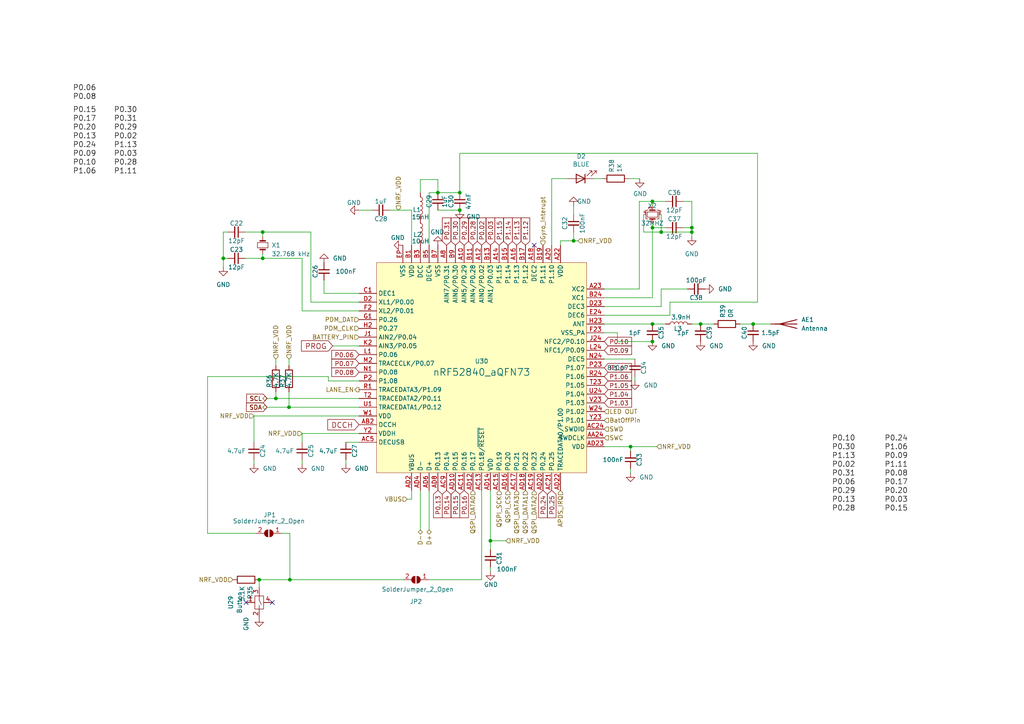
<source format=kicad_sch>
(kicad_sch (version 20211123) (generator eeschema)
  (paper "A4")
  (lib_symbols
    (symbol "Device:Antenna" (pin_numbers hide) (pin_names (offset 1.016) hide)
      (property "Reference" "AE" (at -1.905 1.905 0))
      (property "Value" "Antenna" (at -1.905 0 0))
      (symbol "Antenna_0_1"
        (polyline (pts (xy 0 2.54) (xy 0 -3.81)) (stroke (width 0.254)))
        (polyline (pts (xy 1.27 2.54) (xy 0 -2.54) (xy -1.27 2.54)) (stroke (width 0.254)))
      )
      (symbol "Antenna_1_1"
        (pin input line (at 0 -5.08 90) (length 2.54) (name "A") (number "1"))
      )
    )
    (symbol "Device:C_Small" (pin_numbers hide) (pin_names (offset 0.254) hide)
      (property "Reference" "C" (at 0.254 1.778 0))
      (property "Value" "C_Small" (at 0.254 -2.032 0))
      (symbol "C_Small_0_1"
        (polyline (pts (xy -1.524 -0.508) (xy 1.524 -0.508)) (stroke (width 0.3302)))
        (polyline (pts (xy -1.524 0.508) (xy 1.524 0.508)) (stroke (width 0.3048)))
      )
      (symbol "C_Small_1_1"
        (pin passive line (at 0 2.54 270) (length 2.032) (name "~") (number "1"))
        (pin passive line (at 0 -2.54 90) (length 2.032) (name "~") (number "2"))
      )
    )
    (symbol "Device:Crystal_GND24_Small" (pin_names (offset 1.016) hide)
      (property "Reference" "Y" (at 1.27 4.445 0))
      (property "Value" "Crystal_GND24_Small" (at 1.27 2.54 0))
      (symbol "Crystal_GND24_Small_0_1"
        (rectangle (start -0.762 -1.524) (end 0.762 1.524))
        (polyline (pts (xy -1.27 -0.762) (xy -1.27 0.762)) (stroke (width 0.381)))
        (polyline (pts (xy 1.27 -0.762) (xy 1.27 0.762)) (stroke (width 0.381)))
        (polyline (pts (xy -1.27 -1.27) (xy -1.27 -1.905) (xy 1.27 -1.905) (xy 1.27 -1.27)))
        (polyline (pts (xy -1.27 1.27) (xy -1.27 1.905) (xy 1.27 1.905) (xy 1.27 1.27)))
      )
      (symbol "Crystal_GND24_Small_1_1"
        (pin passive line (at -2.54 0 0) (length 1.27) (name "1") (number "1"))
        (pin passive line (at 0 -2.54 90) (length 0.635) (name "2") (number "2"))
        (pin passive line (at 2.54 0 180) (length 1.27) (name "3") (number "3"))
        (pin passive line (at 0 2.54 270) (length 0.635) (name "4") (number "4"))
      )
    )
    (symbol "Device:Crystal_Small" (pin_numbers hide) (pin_names (offset 1.016) hide)
      (property "Reference" "Y" (at 0 2.54 0))
      (property "Value" "Crystal_Small" (at 0 -2.54 0))
      (symbol "Crystal_Small_0_1"
        (rectangle (start -0.762 -1.524) (end 0.762 1.524))
        (polyline (pts (xy -1.27 -0.762) (xy -1.27 0.762)) (stroke (width 0.381)))
        (polyline (pts (xy 1.27 -0.762) (xy 1.27 0.762)) (stroke (width 0.381)))
      )
      (symbol "Crystal_Small_1_1"
        (pin passive line (at -2.54 0 0) (length 1.27) (name "1") (number "1"))
        (pin passive line (at 2.54 0 180) (length 1.27) (name "2") (number "2"))
      )
    )
    (symbol "Device:L" (pin_numbers hide) (pin_names (offset 1.016) hide)
      (property "Reference" "L" (at -1.27 0 90))
      (property "Value" "L" (at 1.905 0 90))
      (symbol "L_0_1"
        (arc (start 0 -2.54) (mid 0.635 -1.905) (end 0 -1.27))
        (arc (start 0 -1.27) (mid 0.635 -0.635) (end 0 0))
        (arc (start 0 0) (mid 0.635 0.635) (end 0 1.27))
        (arc (start 0 1.27) (mid 0.635 1.905) (end 0 2.54))
      )
      (symbol "L_1_1"
        (pin passive line (at 0 3.81 270) (length 1.27) (name "1") (number "1"))
        (pin passive line (at 0 -3.81 90) (length 1.27) (name "2") (number "2"))
      )
    )
    (symbol "Device:LED" (pin_numbers hide) (pin_names (offset 1.016) hide)
      (property "Reference" "D" (at 0 2.54 0))
      (property "Value" "LED" (at 0 -2.54 0))
      (symbol "LED_0_1"
        (polyline (pts (xy -1.27 -1.27) (xy -1.27 1.27)) (stroke (width 0.254)))
        (polyline (pts (xy -1.27 0) (xy 1.27 0)))
        (polyline (pts (xy 1.27 -1.27) (xy 1.27 1.27) (xy -1.27 0) (xy 1.27 -1.27)) (stroke (width 0.254)))
        (polyline (pts (xy -3.048 -0.762) (xy -4.572 -2.286) (xy -3.81 -2.286) (xy -4.572 -2.286) (xy -4.572 -1.524)))
        (polyline (pts (xy -1.778 -0.762) (xy -3.302 -2.286) (xy -2.54 -2.286) (xy -3.302 -2.286) (xy -3.302 -1.524)))
      )
      (symbol "LED_1_1"
        (pin passive line (at -3.81 0 0) (length 2.54) (name "K") (number "1"))
        (pin passive line (at 3.81 0 180) (length 2.54) (name "A") (number "2"))
      )
    )
    (symbol "Device:R" (pin_numbers hide) (pin_names (offset 0))
      (property "Reference" "R" (at 2.032 0 90))
      (property "Value" "R" (at 0 0 90))
      (symbol "R_0_1"
        (rectangle (start -1.016 -2.54) (end 1.016 2.54) (stroke (width 0.254)))
      )
      (symbol "R_1_1"
        (pin passive line (at 0 3.81 270) (length 1.27) (name "~") (number "1"))
        (pin passive line (at 0 -3.81 90) (length 1.27) (name "~") (number "2"))
      )
    )
    (symbol "Jumper:SolderJumper_2_Open" (pin_names (offset 0) hide)
      (property "Reference" "JP" (at 0 2.032 0))
      (property "Value" "SolderJumper_2_Open" (at 0 -2.54 0))
      (symbol "SolderJumper_2_Open_0_1"
        (arc (start -0.254 1.016) (mid -1.27 0) (end -0.254 -1.016))
        (arc (start -0.254 1.016) (mid -1.27 0) (end -0.254 -1.016) (fill (type outline)))
        (polyline (pts (xy -0.254 1.016) (xy -0.254 -1.016)))
        (polyline (pts (xy 0.254 1.016) (xy 0.254 -1.016)))
        (arc (start 0.254 -1.016) (mid 1.27 0) (end 0.254 1.016))
        (arc (start 0.254 -1.016) (mid 1.27 0) (end 0.254 1.016) (fill (type outline)))
      )
      (symbol "SolderJumper_2_Open_1_1"
        (pin passive line (at -3.81 0 0) (length 2.54) (name "A") (number "1"))
        (pin passive line (at 3.81 0 180) (length 2.54) (name "B") (number "2"))
      )
    )
    (symbol "Library:Button"
      (property "Reference" "U" (at 1.905 2.54 0))
      (property "Value" "Button" (at 1.905 1.27 0))
      (symbol "Button_0_1"
        (rectangle (start 0 -0.635) (end 3.81 -3.175))
        (polyline (pts (xy 2.7193 -1.905) (xy 3.81 -1.905)))
        (polyline (pts (xy 0 -1.905) (xy 1.27 -1.905) (xy 2.54 -1.27)))
      )
      (symbol "Button_1_1"
        (pin input line (at 1.905 -5.715 90) (length 2.54) (name "") (number "1"))
        (pin input line (at 6.35 -1.905 180) (length 2.54) (name "") (number "2"))
        (pin input line (at -2.54 -1.905 0) (length 2.54) (name "") (number "3"))
        (pin input line (at 1.905 1.905 270) (length 2.54) (name "") (number "4"))
      )
    )
    (symbol "MCU_Nordic:nRF52840_aQFN73"
      (property "Reference" "U" (at -5.08 92.71 0))
      (property "Value" "nRF52840_aQFN73" (at 0 0 0))
      (symbol "nRF52840_aQFN73_0_1"
        (rectangle (start -30.48 30.48) (end 30.48 -30.48) (stroke (width 0.1)) (fill (type background)))
      )
      (symbol "nRF52840_aQFN73_1_1"
        (pin bidirectional line (at -5.08 35.56 270) (length 5.08) (name "AIN5/P0.29") (number "A10"))
        (pin bidirectional line (at 0 35.56 270) (length 5.08) (name "AIN0/P0.02") (number "A12"))
        (pin bidirectional line (at 5.08 35.56 270) (length 5.08) (name "P1.15") (number "A14"))
        (pin bidirectional line (at 10.16 35.56 270) (length 5.08) (name "P1.13") (number "A16"))
        (pin passive line (at 15.24 35.56 270) (length 5.08) (name "DEC2") (number "A18"))
        (pin bidirectional line (at 20.32 35.56 270) (length 5.08) (name "P1.10") (number "A20"))
        (pin passive line (at 22.86 35.56 270) (length 5.08) (name "VDD") (number "A22"))
        (pin input line (at 35.56 22.86 180) (length 5.08) (name "XC2") (number "A23"))
        (pin bidirectional line (at -10.16 35.56 270) (length 5.08) (name "AIN7/P0.31") (number "A8"))
        (pin input line (at 35.56 -20.32 180) (length 5.08) (name "SWDCLK") (number "AA24"))
        (pin power_out line (at -35.56 -16.51 0) (length 5.08) (name "DCCH") (number "AB2"))
        (pin bidirectional line (at -5.08 -35.56 90) (length 5.08) (name "P0.16") (number "AC11"))
        (pin bidirectional line (at 0 -35.56 90) (length 5.08) (name "P0.18/~{RESET}") (number "AC13"))
        (pin bidirectional line (at 5.08 -35.56 90) (length 5.08) (name "P0.19") (number "AC15"))
        (pin bidirectional line (at 10.16 -35.56 90) (length 5.08) (name "P0.21") (number "AC17"))
        (pin bidirectional line (at 15.24 -35.56 90) (length 5.08) (name "P0.23") (number "AC19"))
        (pin bidirectional line (at 20.32 -35.56 90) (length 5.08) (name "P0.25") (number "AC21"))
        (pin bidirectional line (at 35.56 -17.78 180) (length 5.08) (name "SWDIO") (number "AC24"))
        (pin passive line (at -35.56 -21.59 0) (length 5.08) (name "DECUSB") (number "AC5"))
        (pin bidirectional line (at -10.16 -35.56 90) (length 5.08) (name "P0.14") (number "AC9"))
        (pin bidirectional line (at -7.62 -35.56 90) (length 5.08) (name "P0.15") (number "AD10"))
        (pin bidirectional line (at -2.54 -35.56 90) (length 5.08) (name "P0.17") (number "AD12"))
        (pin passive line (at 2.54 -35.56 90) (length 5.08) (name "VDD") (number "AD14"))
        (pin bidirectional line (at 7.62 -35.56 90) (length 5.08) (name "P0.20") (number "AD16"))
        (pin bidirectional line (at 12.7 -35.56 90) (length 5.08) (name "P0.22") (number "AD18"))
        (pin power_in line (at -20.32 -35.56 90) (length 5.08) (name "VBUS") (number "AD2"))
        (pin bidirectional line (at 17.78 -35.56 90) (length 5.08) (name "P0.24") (number "AD20"))
        (pin bidirectional line (at 22.86 -35.56 90) (length 5.08) (name "TRACEDATA0/P1.00") (number "AD22"))
        (pin passive line (at 35.56 -22.86 180) (length 5.08) (name "VDD") (number "AD23"))
        (pin bidirectional line (at -17.78 -35.56 90) (length 5.08) (name "D-") (number "AD4"))
        (pin bidirectional line (at -15.24 -35.56 90) (length 5.08) (name "D+") (number "AD6"))
        (pin bidirectional line (at -12.7 -35.56 90) (length 5.08) (name "P0.13") (number "AD8"))
        (pin power_in line (at -20.32 35.56 270) (length 5.08) (name "VDD") (number "B1"))
        (pin bidirectional line (at -2.54 35.56 270) (length 5.08) (name "AIN4/P0.28") (number "B11"))
        (pin bidirectional line (at 2.54 35.56 270) (length 5.08) (name "AIN1/P0.03") (number "B13"))
        (pin bidirectional line (at 7.62 35.56 270) (length 5.08) (name "P1.14") (number "B15"))
        (pin bidirectional line (at 12.7 35.56 270) (length 5.08) (name "P1.12") (number "B17"))
        (pin bidirectional line (at 17.78 35.56 270) (length 5.08) (name "P1.11") (number "B19"))
        (pin input line (at 35.56 20.32 180) (length 5.08) (name "XC1") (number "B24"))
        (pin power_out line (at -17.78 35.56 270) (length 5.08) (name "DCC") (number "B3"))
        (pin passive line (at -15.24 35.56 270) (length 5.08) (name "DEC4") (number "B5"))
        (pin power_in line (at -12.7 35.56 270) (length 5.08) (name "VSS") (number "B7"))
        (pin bidirectional line (at -7.62 35.56 270) (length 5.08) (name "AIN6/P0.30") (number "B9"))
        (pin passive line (at -35.56 21.59 0) (length 5.08) (name "DEC1") (number "C1"))
        (pin bidirectional line (at -35.56 19.05 0) (length 5.08) (name "XL1/P0.00") (number "D2"))
        (pin passive line (at 35.56 17.78 180) (length 5.08) (name "DEC3") (number "D23"))
        (pin passive line (at 35.56 15.24 180) (length 5.08) (name "DEC6") (number "E24"))
        (pin passive line (at -22.86 35.56 270) (length 5.08) (name "VSS") (number "EP"))
        (pin bidirectional line (at -35.56 16.51 0) (length 5.08) (name "XL2/P0.01") (number "F2"))
        (pin power_in line (at 35.56 10.16 180) (length 5.08) (name "VSS_PA") (number "F23"))
        (pin bidirectional line (at -35.56 13.97 0) (length 5.08) (name "P0.26") (number "G1"))
        (pin bidirectional line (at -35.56 11.43 0) (length 5.08) (name "P0.27") (number "H2"))
        (pin passive line (at 35.56 12.7 180) (length 5.08) (name "ANT") (number "H23"))
        (pin bidirectional line (at -35.56 8.89 0) (length 5.08) (name "AIN2/P0.04") (number "J1"))
        (pin bidirectional line (at 35.56 7.62 180) (length 5.08) (name "NFC2/P0.10") (number "J24"))
        (pin bidirectional line (at -35.56 6.35 0) (length 5.08) (name "AIN3/P0.05") (number "K2"))
        (pin bidirectional line (at -35.56 3.81 0) (length 5.08) (name "P0.06") (number "L1"))
        (pin bidirectional line (at 35.56 5.08 180) (length 5.08) (name "NFC1/P0.09") (number "L24"))
        (pin bidirectional line (at -35.56 1.27 0) (length 5.08) (name "TRACECLK/P0.07") (number "M2"))
        (pin bidirectional line (at -35.56 -1.27 0) (length 5.08) (name "P0.08") (number "N1"))
        (pin passive line (at 35.56 2.54 180) (length 5.08) (name "DEC5") (number "N24"))
        (pin bidirectional line (at -35.56 -3.81 0) (length 5.08) (name "P1.08") (number "P2"))
        (pin bidirectional line (at 35.56 0 180) (length 5.08) (name "P1.07") (number "P23"))
        (pin bidirectional line (at -35.56 -6.35 0) (length 5.08) (name "TRACEDATA3/P1.09") (number "R1"))
        (pin bidirectional line (at 35.56 -2.54 180) (length 5.08) (name "P1.06") (number "R24"))
        (pin bidirectional line (at -35.56 -8.89 0) (length 5.08) (name "TRACEDATA2/P0.11") (number "T2"))
        (pin bidirectional line (at 35.56 -5.08 180) (length 5.08) (name "P1.05") (number "T23"))
        (pin bidirectional line (at -35.56 -11.43 0) (length 5.08) (name "TRACEDATA1/P0.12") (number "U1"))
        (pin bidirectional line (at 35.56 -7.62 180) (length 5.08) (name "P1.04") (number "U24"))
        (pin bidirectional line (at 35.56 -10.16 180) (length 5.08) (name "P1.03") (number "V23"))
        (pin passive line (at -35.56 -13.97 0) (length 5.08) (name "VDD") (number "W1"))
        (pin bidirectional line (at 35.56 -12.7 180) (length 5.08) (name "P1.02") (number "W24"))
        (pin power_in line (at -35.56 -19.05 0) (length 5.08) (name "VDDH") (number "Y2"))
        (pin bidirectional line (at 35.56 -15.24 180) (length 5.08) (name "P1.01") (number "Y23"))
      )
    )
    (symbol "power:GND" (power) (pin_names (offset 0))
      (property "Value" "GND" (at 0 -3.81 0))
      (symbol "GND_0_1"
        (polyline (pts (xy 0 0) (xy 0 -1.27) (xy 1.27 -1.27) (xy 0 -2.54) (xy -1.27 -1.27) (xy 0 -1.27)))
      )
      (symbol "GND_1_1"
        (pin power_in line (at 0 0 270) (length 0) hide (name "GND") (number "1"))
      )
    )
  )
  (junction (at 64.77 74.93))
  (junction (at 203.2 93.98))
  (junction (at 182.88 129.54))
  (junction (at 191.77 67.31))
  (junction (at 80.01 115.57))
  (junction (at 76.2 67.31))
  (junction (at 200.66 66.04))
  (junction (at 200.66 67.31))
  (junction (at 127 55.88))
  (junction (at 133.35 55.88))
  (junction (at 218.44 93.98))
  (junction (at 189.23 58.42))
  (junction (at 83.82 118.11))
  (junction (at 75.184 168.148))
  (junction (at 166.37 69.85))
  (junction (at 142.24 156.845))
  (junction (at 76.2 74.93))
  (junction (at 189.23 66.04))
  (junction (at 84.074 168.148))
  (junction (at 133.35 60.96))
  (junction (at 189.23 93.98))
  (junction (at 189.23 99.06))
  (no_connect (at 78.994 174.752))
  (no_connect (at 154.94 71.12))
  (no_connect (at 71.374 174.752))
  (wire (pts (xy 124.46 71.12) (xy 124.46 55.88)))
  (wire (pts (xy 107.95 60.96) (xy 104.14 60.96)))
  (wire (pts (xy 175.26 83.82) (xy 185.42 83.82)))
  (wire (pts (xy 200.66 67.31) (xy 200.66 68.58)))
  (wire (pts (xy 185.42 58.42) (xy 189.23 58.42)))
  (wire (pts (xy 175.26 93.98) (xy 189.23 93.98)))
  (wire (pts (xy 200.66 66.04) (xy 200.66 67.31)))
  (wire (pts (xy 75.184 168.148) (xy 75.184 170.307)))
  (wire (pts (xy 80.01 115.57) (xy 80.01 113.665)))
  (wire (pts (xy 119.38 60.96) (xy 119.38 71.12)))
  (wire (pts (xy 87.63 90.17) (xy 104.14 90.17)))
  (wire (pts (xy 87.63 74.93) (xy 87.63 90.17)))
  (wire (pts (xy 73.66 120.65) (xy 104.14 120.65)))
  (wire (pts (xy 162.56 69.85) (xy 166.37 69.85)))
  (wire (pts (xy 124.46 142.24) (xy 124.46 153.67)))
  (wire (pts (xy 76.2 73.66) (xy 76.2 74.93)))
  (wire (pts (xy 162.56 69.85) (xy 162.56 71.12)))
  (wire (pts (xy 118.11 144.78) (xy 119.38 144.78)))
  (wire (pts (xy 198.12 66.04) (xy 200.66 66.04)))
  (wire (pts (xy 175.26 129.54) (xy 182.88 129.54)))
  (wire (pts (xy 113.03 60.96) (xy 119.38 60.96)))
  (wire (pts (xy 87.63 125.73) (xy 87.63 128.27)))
  (wire (pts (xy 186.69 62.23) (xy 186.69 67.31)))
  (wire (pts (xy 73.66 128.27) (xy 73.66 120.65)))
  (wire (pts (xy 100.33 134.62) (xy 100.33 133.35)))
  (wire (pts (xy 64.77 74.93) (xy 64.77 77.47)))
  (wire (pts (xy 64.77 67.31) (xy 64.77 74.93)))
  (wire (pts (xy 104.14 125.73) (xy 87.63 125.73)))
  (wire (pts (xy 142.24 165.735) (xy 142.24 164.465)))
  (wire (pts (xy 175.26 104.14) (xy 184.15 104.14)))
  (wire (pts (xy 75.184 168.148) (xy 84.074 168.148)))
  (wire (pts (xy 100.33 128.27) (xy 104.14 128.27)))
  (wire (pts (xy 184.15 110.49) (xy 184.15 109.22)))
  (wire (pts (xy 95.25 110.49) (xy 104.14 110.49)))
  (wire (pts (xy 175.26 96.52) (xy 179.07 96.52)))
  (wire (pts (xy 172.212 51.816) (xy 174.752 51.816)))
  (wire (pts (xy 194.31 87.63) (xy 219.71 87.63)))
  (wire (pts (xy 142.24 159.385) (xy 142.24 156.845)))
  (wire (pts (xy 182.88 137.16) (xy 182.88 135.89)))
  (wire (pts (xy 64.77 67.31) (xy 66.04 67.31)))
  (wire (pts (xy 124.46 55.88) (xy 127 55.88)))
  (wire (pts (xy 182.88 129.54) (xy 182.88 130.81)))
  (wire (pts (xy 160.02 51.816) (xy 164.592 51.816)))
  (wire (pts (xy 73.66 134.62) (xy 73.66 133.35)))
  (wire (pts (xy 189.23 66.04) (xy 193.04 66.04)))
  (wire (pts (xy 80.01 115.57) (xy 104.14 115.57)))
  (wire (pts (xy 76.2 67.31) (xy 90.17 67.31)))
  (wire (pts (xy 104.14 87.63) (xy 90.17 87.63)))
  (wire (pts (xy 84.074 154.686) (xy 84.074 168.148)))
  (wire (pts (xy 74.168 154.686) (xy 60.198 154.686)))
  (wire (pts (xy 76.2 67.31) (xy 76.2 68.58)))
  (wire (pts (xy 182.88 129.54) (xy 190.5 129.54)))
  (wire (pts (xy 93.98 81.28) (xy 93.98 85.09)))
  (wire (pts (xy 77.47 118.11) (xy 83.82 118.11)))
  (wire (pts (xy 139.7 142.24) (xy 139.7 168.148)))
  (wire (pts (xy 95.25 109.22) (xy 95.25 110.49)))
  (wire (pts (xy 185.42 83.82) (xy 185.42 58.42)))
  (wire (pts (xy 83.82 118.11) (xy 104.14 118.11)))
  (wire (pts (xy 84.074 168.148) (xy 116.84 168.148)))
  (wire (pts (xy 90.17 87.63) (xy 90.17 67.31)))
  (wire (pts (xy 80.01 104.14) (xy 80.01 106.045)))
  (wire (pts (xy 83.82 113.665) (xy 83.82 118.11)))
  (wire (pts (xy 121.92 52.07) (xy 121.92 55.88)))
  (wire (pts (xy 121.92 52.07) (xy 127 52.07)))
  (wire (pts (xy 142.24 156.845) (xy 146.685 156.845)))
  (wire (pts (xy 179.07 96.52) (xy 179.07 99.06)))
  (wire (pts (xy 121.92 142.24) (xy 121.92 153.67)))
  (wire (pts (xy 189.23 66.04) (xy 189.23 86.36)))
  (wire (pts (xy 127 55.88) (xy 133.35 55.88)))
  (wire (pts (xy 200.66 67.31) (xy 191.77 67.31)))
  (wire (pts (xy 191.77 83.82) (xy 199.39 83.82)))
  (wire (pts (xy 64.77 74.93) (xy 66.04 74.93)))
  (wire (pts (xy 166.37 69.85) (xy 166.37 67.31)))
  (wire (pts (xy 191.77 67.31) (xy 191.77 62.23)))
  (wire (pts (xy 194.31 91.44) (xy 194.31 87.63)))
  (wire (pts (xy 166.37 69.85) (xy 167.64 69.85)))
  (wire (pts (xy 189.23 86.36) (xy 175.26 86.36)))
  (wire (pts (xy 191.77 88.9) (xy 191.77 83.82)))
  (wire (pts (xy 96.52 100.33) (xy 104.14 100.33)))
  (wire (pts (xy 182.372 51.816) (xy 185.547 51.816)))
  (wire (pts (xy 203.2 93.98) (xy 207.01 93.98)))
  (wire (pts (xy 189.23 93.98) (xy 193.04 93.98)))
  (wire (pts (xy 133.35 44.45) (xy 133.35 55.88)))
  (wire (pts (xy 87.63 134.62) (xy 87.63 133.35)))
  (wire (pts (xy 200.66 93.98) (xy 203.2 93.98)))
  (wire (pts (xy 175.26 88.9) (xy 191.77 88.9)))
  (wire (pts (xy 175.26 91.44) (xy 194.31 91.44)))
  (wire (pts (xy 71.12 67.31) (xy 76.2 67.31)))
  (wire (pts (xy 219.71 44.45) (xy 133.35 44.45)))
  (wire (pts (xy 189.23 58.42) (xy 193.04 58.42)))
  (wire (pts (xy 127 60.96) (xy 133.35 60.96)))
  (wire (pts (xy 83.82 104.14) (xy 83.82 106.045)))
  (wire (pts (xy 127 52.07) (xy 127 55.88)))
  (wire (pts (xy 189.23 58.42) (xy 189.23 59.69)))
  (wire (pts (xy 93.98 85.09) (xy 104.14 85.09)))
  (wire (pts (xy 218.44 93.98) (xy 223.52 93.98)))
  (wire (pts (xy 71.12 74.93) (xy 76.2 74.93)))
  (wire (pts (xy 60.198 154.686) (xy 60.198 109.22)))
  (wire (pts (xy 166.37 59.69) (xy 166.37 62.23)))
  (wire (pts (xy 160.02 71.12) (xy 160.02 51.816)))
  (wire (pts (xy 219.71 87.63) (xy 219.71 44.45)))
  (wire (pts (xy 198.12 58.42) (xy 200.66 58.42)))
  (wire (pts (xy 81.788 154.686) (xy 84.074 154.686)))
  (wire (pts (xy 186.69 67.31) (xy 191.77 67.31)))
  (wire (pts (xy 139.7 168.148) (xy 124.46 168.148)))
  (wire (pts (xy 119.38 144.78) (xy 119.38 142.24)))
  (wire (pts (xy 142.24 142.24) (xy 142.24 156.845)))
  (wire (pts (xy 179.07 99.06) (xy 189.23 99.06)))
  (wire (pts (xy 214.63 93.98) (xy 218.44 93.98)))
  (wire (pts (xy 200.66 58.42) (xy 200.66 66.04)))
  (wire (pts (xy 60.198 109.22) (xy 95.25 109.22)))
  (wire (pts (xy 76.2 74.93) (xy 87.63 74.93)))
  (wire (pts (xy 189.23 64.77) (xy 189.23 66.04)))
  (wire (pts (xy 77.47 115.57) (xy 80.01 115.57)))
  (label "P0.15" (at 256.54 148.59 0) (effects (font (size 1.524 1.524))))
  (label "P0.10" (at 27.94 48.26 180) (effects (font (size 1.524 1.524))))
  (label "P0.28" (at 33.02 48.26 0) (effects (font (size 1.524 1.524))))
  (label "P1.06" (at 256.54 130.81 0) (effects (font (size 1.524 1.524))))
  (label "P0.02" (at 33.02 40.64 0) (effects (font (size 1.524 1.524))))
  (label "P0.30" (at 33.02 33.02 0) (effects (font (size 1.524 1.524))))
  (label "P1.11" (at 256.54 135.89 0) (effects (font (size 1.524 1.524))))
  (label "P0.02" (at 241.3 135.89 0) (effects (font (size 1.524 1.524))))
  (label "P0.15" (at 27.94 33.02 180) (effects (font (size 1.524 1.524))))
  (label "P0.17" (at 27.94 35.56 180) (effects (font (size 1.524 1.524))))
  (label "P0.06" (at 241.3 140.97 0) (effects (font (size 1.524 1.524))))
  (label "P0.13" (at 27.94 40.64 180) (effects (font (size 1.524 1.524))))
  (label "P0.30" (at 241.3 130.81 0) (effects (font (size 1.524 1.524))))
  (label "P0.03" (at 33.02 45.72 0) (effects (font (size 1.524 1.524))))
  (label "P0.28" (at 241.3 148.59 0) (effects (font (size 1.524 1.524))))
  (label "P0.08" (at 256.54 138.43 0) (effects (font (size 1.524 1.524))))
  (label "P1.13" (at 33.02 43.18 0) (effects (font (size 1.524 1.524))))
  (label "P0.06" (at 27.94 26.67 180) (effects (font (size 1.524 1.524))))
  (label "P0.13" (at 241.3 146.05 0) (effects (font (size 1.524 1.524))))
  (label "P1.11" (at 33.02 50.8 0) (effects (font (size 1.524 1.524))))
  (label "P0.17" (at 256.54 140.97 0) (effects (font (size 1.524 1.524))))
  (label "P0.09" (at 256.54 133.35 0) (effects (font (size 1.524 1.524))))
  (label "P1.06" (at 27.94 50.8 180) (effects (font (size 1.524 1.524))))
  (label "P0.24" (at 27.94 43.18 180) (effects (font (size 1.524 1.524))))
  (label "P0.24" (at 256.54 128.27 0) (effects (font (size 1.524 1.524))))
  (label "P0.20" (at 256.54 143.51 0) (effects (font (size 1.524 1.524))))
  (label "P0.20" (at 27.94 38.1 180) (effects (font (size 1.524 1.524))))
  (label "P0.10" (at 241.3 128.27 0) (effects (font (size 1.524 1.524))))
  (label "P0.08" (at 27.94 29.21 180) (effects (font (size 1.524 1.524))))
  (label "P0.29" (at 241.3 143.51 0) (effects (font (size 1.524 1.524))))
  (label "P0.31" (at 241.3 138.43 0) (effects (font (size 1.524 1.524))))
  (label "P0.29" (at 33.02 38.1 0) (effects (font (size 1.524 1.524))))
  (label "P0.31" (at 33.02 35.56 0) (effects (font (size 1.524 1.524))))
  (label "P1.13" (at 241.3 133.35 0) (effects (font (size 1.524 1.524))))
  (label "P0.09" (at 27.94 45.72 180) (effects (font (size 1.524 1.524))))
  (label "P0.03" (at 256.54 146.05 0) (effects (font (size 1.524 1.524))))
  (global_label "PROG" (shape input) (at 96.52 100.33 180) (effects (font (size 1.524 1.524))) (property "Intersheet References" "${INTERSHEET_REFS}" (effects hide)))
  (global_label "P0.28" (shape input) (at 137.16 71.12 90) (property "Intersheet References" "${INTERSHEET_REFS}" (effects hide)))
  (global_label "P0.15" (shape input) (at 132.08 142.24 270) (property "Intersheet References" "${INTERSHEET_REFS}" (effects hide)))
  (global_label "SCL" (shape input) (at 77.47 115.57 180) (property "Intersheet References" "${INTERSHEET_REFS}" (effects hide)))
  (global_label "P0.07" (shape input) (at 104.14 105.41 180) (property "Intersheet References" "${INTERSHEET_REFS}" (effects hide)))
  (global_label "SDA" (shape input) (at 77.47 118.11 180) (property "Intersheet References" "${INTERSHEET_REFS}" (effects hide)))
  (global_label "P1.14" (shape input) (at 147.32 71.12 90) (property "Intersheet References" "${INTERSHEET_REFS}" (effects hide)))
  (global_label "P0.02" (shape input) (at 139.7 71.12 90) (property "Intersheet References" "${INTERSHEET_REFS}" (effects hide)))
  (global_label "P1.12" (shape input) (at 152.4 71.12 90) (property "Intersheet References" "${INTERSHEET_REFS}" (effects hide)))
  (global_label "P0.09" (shape input) (at 175.26 101.6 0) (property "Intersheet References" "${INTERSHEET_REFS}" (effects hide)))
  (global_label "P1.13" (shape input) (at 149.86 71.12 90) (property "Intersheet References" "${INTERSHEET_REFS}" (effects hide)))
  (global_label "P0.25" (shape input) (at 160.02 142.24 270) (property "Intersheet References" "${INTERSHEET_REFS}" (effects hide)))
  (global_label "P0.16" (shape input) (at 134.62 142.24 270) (property "Intersheet References" "${INTERSHEET_REFS}" (effects hide)))
  (global_label "P0.03" (shape input) (at 142.24 71.12 90) (property "Intersheet References" "${INTERSHEET_REFS}" (effects hide)))
  (global_label "P1.07" (shape input) (at 175.26 106.68 0) (property "Intersheet References" "${INTERSHEET_REFS}" (effects hide)))
  (global_label "P1.04" (shape input) (at 175.26 114.3 0) (property "Intersheet References" "${INTERSHEET_REFS}" (effects hide)))
  (global_label "P0.31" (shape input) (at 129.54 71.12 90) (property "Intersheet References" "${INTERSHEET_REFS}" (effects hide)))
  (global_label "DCCH" (shape input) (at 104.14 123.19 180) (effects (font (size 1.524 1.524))) (property "Intersheet References" "${INTERSHEET_REFS}" (effects hide)))
  (global_label "P0.06" (shape input) (at 104.14 102.87 180) (property "Intersheet References" "${INTERSHEET_REFS}" (effects hide)))
  (global_label "P0.14" (shape input) (at 129.54 142.24 270) (property "Intersheet References" "${INTERSHEET_REFS}" (effects hide)))
  (global_label "P0.24" (shape input) (at 157.48 142.24 270) (property "Intersheet References" "${INTERSHEET_REFS}" (effects hide)))
  (global_label "P0.29" (shape input) (at 134.62 71.12 90) (property "Intersheet References" "${INTERSHEET_REFS}" (effects hide)))
  (global_label "P0.08" (shape input) (at 104.14 107.95 180) (property "Intersheet References" "${INTERSHEET_REFS}" (effects hide)))
  (global_label "P1.03" (shape input) (at 175.26 116.84 0) (property "Intersheet References" "${INTERSHEET_REFS}" (effects hide)))
  (global_label "P1.05" (shape input) (at 175.26 111.76 0) (property "Intersheet References" "${INTERSHEET_REFS}" (effects hide)))
  (global_label "P0.10" (shape input) (at 175.26 99.06 0) (property "Intersheet References" "${INTERSHEET_REFS}" (effects hide)))
  (global_label "P1.06" (shape input) (at 175.26 109.22 0) (property "Intersheet References" "${INTERSHEET_REFS}" (effects hide)))
  (global_label "P1.15" (shape input) (at 144.78 71.12 90) (property "Intersheet References" "${INTERSHEET_REFS}" (effects hide)))
  (global_label "P0.13" (shape input) (at 127 142.24 270) (property "Intersheet References" "${INTERSHEET_REFS}" (effects hide)))
  (global_label "P0.30" (shape input) (at 132.08 71.12 90) (property "Intersheet References" "${INTERSHEET_REFS}" (effects hide)))
  (hierarchical_label "D+" (shape bidirectional) (at 124.46 153.67 270))
  (hierarchical_label "NRF_VDD" (shape input) (at 190.5 129.54 0))
  (hierarchical_label "QSPI_DATA2" (shape input) (at 154.94 142.24 270))
  (hierarchical_label "NRF_VDD" (shape input) (at 87.63 125.73 180))
  (hierarchical_label "APDS_IRQ" (shape input) (at 162.56 142.24 270))
  (hierarchical_label "BATTERY_PIN" (shape input) (at 104.14 97.79 180))
  (hierarchical_label "NRF_VDD" (shape input) (at 73.66 120.65 180))
  (hierarchical_label "BatOffPin" (shape input) (at 175.26 121.92 0))
  (hierarchical_label "SWC" (shape input) (at 175.26 127 0))
  (hierarchical_label "NRF_VDD" (shape input) (at 67.564 168.148 180))
  (hierarchical_label "SDA" (shape bidirectional) (at 77.47 118.11 180))
  (hierarchical_label "NRF_VDD" (shape input) (at 80.01 104.14 90))
  (hierarchical_label "Gyro_Interupt" (shape input) (at 157.48 71.12 90))
  (hierarchical_label "QSPI_DATA1" (shape input) (at 152.4 142.24 270))
  (hierarchical_label "NRF_VDD" (shape input) (at 83.82 104.14 90))
  (hierarchical_label "LED OUT" (shape input) (at 175.26 119.38 0))
  (hierarchical_label "LANE_EN" (shape output) (at 104.14 113.03 180))
  (hierarchical_label "SCL" (shape bidirectional) (at 77.47 115.57 180))
  (hierarchical_label "SWD" (shape input) (at 175.26 124.46 0))
  (hierarchical_label "D-" (shape bidirectional) (at 121.92 153.67 270))
  (hierarchical_label "NRF_VDD" (shape input) (at 146.685 156.845 0))
  (hierarchical_label "NRF_VDD" (shape input) (at 115.57 60.96 90))
  (hierarchical_label "NRF_VDD" (shape input) (at 167.64 69.85 0))
  (hierarchical_label "VBUS" (shape input) (at 118.11 144.78 180))
  (hierarchical_label "QSPI_DATA3" (shape input) (at 149.86 142.24 270))
  (hierarchical_label "PDM_CLK" (shape input) (at 104.14 95.25 180))
  (hierarchical_label "QSPI_SCK" (shape input) (at 144.78 142.24 270))
  (hierarchical_label "PDM_DAT" (shape input) (at 104.14 92.71 180))
  (hierarchical_label "QSPI_CS" (shape input) (at 147.32 142.24 270))
  (hierarchical_label "QSPI_DATA0" (shape input) (at 137.16 142.24 270))
  (symbol (lib_id "power:GND") (at 104.14 60.96 270) (unit 1)
    (property "Reference" "#PWR051" (effects hide))
    (property "Value" "GND" (at 100.6074 58.7886 90) (effects (justify left)))
  )
  (symbol (lib_id "power:GND") (at 142.24 165.735 0) (unit 1)
    (property "Reference" "#PWR055" (effects hide))
    (property "Value" "GND" (at 140.335 169.545 0) (effects (justify left)))
  )
  (symbol (lib_id "power:GND") (at 116.84 71.12 270) (unit 1)
    (property "Reference" "#PWR052" (effects hide))
    (property "Value" "GND" (at 113.3074 68.9486 90) (effects (justify left)))
  )
  (symbol (lib_id "Device:L") (at 121.92 59.69 0) (unit 1)
    (property "Reference" "L1" (at 119.7019 60.829 0) (effects (justify left)))
    (property "Value" "15nH" (at 119.3833 62.9363 0) (effects (justify left)))
    (property "Footprint" "Inductor_SMD:L_0402_1005Metric" (effects hide))
  )
  (symbol (lib_id "Device:L") (at 196.85 93.98 90) (unit 1)
    (property "Reference" "L3" (at 197.8708 95.3089 90) (effects (justify left)))
    (property "Value" "3.9nH" (at 200.3519 92.0008 90) (effects (justify left)))
    (property "Footprint" "Inductor_SMD:L_0402_1005Metric" (effects hide))
  )
  (symbol (lib_id "Device:C_Small") (at 133.35 58.42 0) (unit 1)
    (property "Reference" "C30" (at 130.81 58.42 90))
    (property "Value" "47nF" (at 135.89 58.42 90))
    (property "Footprint" "Capacitor_SMD:C_0402_1005Metric" (effects hide))
  )
  (symbol (lib_id "Device:C_Small") (at 87.63 130.81 180) (unit 1)
    (property "Reference" "C25" (at 90.17 130.81 90))
    (property "Value" "4.7uF" (at 82.55 130.81 0))
    (property "Footprint" "Capacitor_SMD:C_0402_1005Metric" (effects hide))
  )
  (symbol (lib_id "Device:C_Small") (at 100.33 130.81 180) (unit 1)
    (property "Reference" "C27" (at 102.87 130.81 90))
    (property "Value" "4.7uF" (at 95.25 130.81 0))
    (property "Footprint" "Capacitor_SMD:C_0402_1005Metric" (effects hide))
  )
  (symbol (lib_id "power:GND") (at 64.77 77.47 0) (unit 1)
    (property "Reference" "#PWR045" (effects hide))
    (property "Value" "GND" (at 64.77 82.55 0))
  )
  (symbol (lib_id "power:GND") (at 189.23 99.06 0) (unit 1)
    (property "Reference" "#PWR060" (effects hide))
    (property "Value" "GND" (at 191.77 100.3299 0) (effects (justify left)))
  )
  (symbol (lib_id "power:GND") (at 75.184 179.197 0) (unit 1)
    (property "Reference" "#PWR047" (effects hide))
    (property "Value" "GND" (at 71.374 183.007 90) (effects (justify left)))
  )
  (symbol (lib_id "Device:C_Small") (at 218.44 96.52 0) (unit 1)
    (property "Reference" "C40" (at 215.9 96.52 90))
    (property "Value" "1.5pF" (at 223.52 96.52 0))
    (property "Footprint" "Capacitor_SMD:C_0402_1005Metric" (effects hide))
  )
  (symbol (lib_id "Device:L") (at 121.92 67.31 0) (unit 1)
    (property "Reference" "L2" (at 119.8489 68.0578 0) (effects (justify left)))
    (property "Value" "10uH" (at 119.4078 69.9446 0) (effects (justify left)))
    (property "Footprint" "Inductor_SMD:L_0402_1005Metric" (effects hide))
  )
  (symbol (lib_id "Device:C_Small") (at 184.15 106.68 180) (unit 1)
    (property "Reference" "C34" (at 186.69 106.68 90))
    (property "Value" "820pF" (at 179.07 106.68 0))
    (property "Footprint" "Capacitor_SMD:C_0402_1005Metric" (effects hide))
  )
  (symbol (lib_id "Device:Crystal_GND24_Small") (at 189.23 62.23 90) (unit 1)
    (property "Reference" "X2" (at 189.23 59.69 90))
    (property "Value" "32MHZ" (at 189.23 64.77 90))
    (property "Footprint" "Library:crystal 32mhz" (effects hide))
  )
  (symbol (lib_id "Device:C_Small") (at 110.49 60.96 90) (unit 1)
    (property "Reference" "C28" (at 110.49 63.5 90))
    (property "Value" "1uF" (at 110.49 58.42 90))
    (property "Footprint" "Capacitor_SMD:C_0402_1005Metric" (effects hide))
  )
  (symbol (lib_id "power:GND") (at 182.88 137.16 0) (unit 1)
    (property "Reference" "#PWR057" (effects hide))
    (property "Value" "GND" (at 185.42 138.4299 0) (effects (justify left)))
  )
  (symbol (lib_id "Device:C_Small") (at 203.2 96.52 180) (unit 1)
    (property "Reference" "C39" (at 205.74 96.52 90))
    (property "Value" "1pF" (at 198.12 96.52 0))
    (property "Footprint" "Capacitor_SMD:C_0402_1005Metric" (effects hide))
  )
  (symbol (lib_id "power:GND") (at 87.63 134.62 0) (unit 1)
    (property "Reference" "#PWR048" (effects hide))
    (property "Value" "GND" (at 90.17 135.8899 0) (effects (justify left)))
  )
  (symbol (lib_id "Device:C_Small") (at 127 58.42 0) (unit 1)
    (property "Reference" "C29" (at 124.46 58.42 90))
    (property "Value" "1uF" (at 128.9518 58.444 90))
    (property "Footprint" "Capacitor_SMD:C_0402_1005Metric" (effects hide))
  )
  (symbol (lib_id "Device:C_Small") (at 189.23 96.52 180) (unit 1)
    (property "Reference" "C35" (at 191.77 96.52 90))
    (property "Value" "1pF" (at 184.15 96.52 0))
    (property "Footprint" "Capacitor_SMD:C_0402_1005Metric" (effects hide))
  )
  (symbol (lib_id "Device:R") (at 71.374 168.148 270) (unit 1)
    (property "Reference" "R35" (at 72.5424 169.926 0) (effects (justify left)))
    (property "Value" "5.1K" (at 70.231 169.926 0) (effects (justify left)))
    (property "Footprint" "Resistor_SMD:R_0402_1005Metric" (effects hide))
  )
  (symbol (lib_id "Device:R") (at 83.82 109.855 180) (unit 1)
    (property "Reference" "R37" (at 81.915 108.585 90) (effects (justify left)))
    (property "Value" "4.7K" (at 83.82 107.95 90) (effects (justify left)))
    (property "Footprint" "Resistor_SMD:R_0402_1005Metric" (effects hide))
  )
  (symbol (lib_id "Device:C_Small") (at 142.24 161.925 180) (unit 1)
    (property "Reference" "C31" (at 144.78 161.925 90))
    (property "Value" "100nF" (at 147.066 165.1 0))
    (property "Footprint" "Capacitor_SMD:C_0402_1005Metric" (effects hide))
  )
  (symbol (lib_id "power:GND") (at 133.35 60.96 0) (unit 1)
    (property "Reference" "#PWR054" (effects hide))
    (property "Value" "GND" (at 135.255 62.865 0) (effects (justify left)))
  )
  (symbol (lib_id "Device:R") (at 80.01 109.855 180) (unit 1)
    (property "Reference" "R36" (at 78.105 108.585 90) (effects (justify left)))
    (property "Value" "4.7K" (at 80.01 107.95 90) (effects (justify left)))
    (property "Footprint" "Resistor_SMD:R_0402_1005Metric" (effects hide))
  )
  (symbol (lib_id "power:GND") (at 100.33 134.62 0) (unit 1)
    (property "Reference" "#PWR050" (effects hide))
    (property "Value" "GND" (at 102.87 135.8899 0) (effects (justify left)))
  )
  (symbol (lib_id "Device:C_Small") (at 68.58 67.31 270) (unit 1)
    (property "Reference" "C22" (at 68.58 64.77 90))
    (property "Value" "12pF" (at 68.58 69.85 90))
    (property "Footprint" "Capacitor_SMD:C_0402_1005Metric" (effects hide))
  )
  (symbol (lib_id "power:GND") (at 185.547 51.816 0) (unit 1)
    (property "Reference" "#PWR059" (effects hide))
    (property "Value" "GND" (at 185.674 56.2102 0))
  )
  (symbol (lib_id "power:GND") (at 73.66 134.62 0) (unit 1)
    (property "Reference" "#PWR046" (effects hide))
    (property "Value" "GND" (at 76.2 135.8899 0) (effects (justify left)))
  )
  (symbol (lib_id "power:GND") (at 218.44 99.06 0) (unit 1)
    (property "Reference" "#PWR064" (effects hide))
    (property "Value" "GND" (at 220.98 100.3299 0) (effects (justify left)))
  )
  (symbol (lib_id "Jumper:SolderJumper_2_Open") (at 77.978 154.686 0) (mirror y) (unit 1)
    (property "Reference" "JP1" (at 78.232 149.352 0))
    (property "Value" "SolderJumper_2_Open" (at 77.978 151.13 0))
    (property "Footprint" "Jumper:SolderJumper-2_P1.3mm_Open_TrianglePad1.0x1.5mm" (effects hide))
  )
  (symbol (lib_id "Device:C_Small") (at 73.66 130.81 180) (unit 1)
    (property "Reference" "C24" (at 76.2 130.81 90))
    (property "Value" "4.7uF" (at 68.58 130.81 0))
    (property "Footprint" "Capacitor_SMD:C_0402_1005Metric" (effects hide))
  )
  (symbol (lib_id "power:GND") (at 203.2 99.06 0) (unit 1)
    (property "Reference" "#PWR062" (effects hide))
    (property "Value" "GND" (at 205.74 100.3299 0) (effects (justify left)))
  )
  (symbol (lib_id "Library:Button") (at 77.089 172.847 270) (unit 1)
    (property "Reference" "U29" (at 66.929 174.752 0))
    (property "Value" "Button" (at 69.469 174.752 0))
    (property "Footprint" "Library:Button" (effects hide))
  )
  (symbol (lib_id "Jumper:SolderJumper_2_Open") (at 120.65 168.148 0) (mirror y) (unit 1)
    (property "Reference" "JP2" (at 120.65 174.498 0))
    (property "Value" "SolderJumper_2_Open" (at 121.158 170.942 0))
    (property "Footprint" "Jumper:SolderJumper-2_P1.3mm_Open_TrianglePad1.0x1.5mm" (effects hide))
  )
  (symbol (lib_id "power:GND") (at 166.37 59.69 180) (unit 1)
    (property "Reference" "#PWR056" (effects hide))
    (property "Value" "GND" (at 171.45 58.42 0) (effects (justify left)))
  )
  (symbol (lib_id "Device:C_Small") (at 93.98 78.74 0) (unit 1)
    (property "Reference" "C26" (at 91.44 78.74 90))
    (property "Value" "100nF" (at 100.33 78.74 0))
    (property "Footprint" "Capacitor_SMD:C_0402_1005Metric" (effects hide))
  )
  (symbol (lib_id "Device:Antenna") (at 228.6 93.98 270) (unit 1) (in_bom no)
    (property "Reference" "AE1" (at 232.41 92.7099 90) (effects (justify left)))
    (property "Value" "Antenna" (at 232.41 95.2499 90) (effects (justify left)))
    (property "Footprint" "Library:2.4GHz-meander-antenna-v2" (effects hide))
  )
  (symbol (lib_id "power:GND") (at 184.15 110.49 0) (unit 1)
    (property "Reference" "#PWR058" (effects hide))
    (property "Value" "GND" (at 186.69 111.7599 0) (effects (justify left)))
  )
  (symbol (lib_id "MCU_Nordic:nRF52840_aQFN73") (at 139.7 106.68 0) (unit 1)
    (property "Reference" "U30" (at 139.7 104.7749 0))
    (property "Value" "nRF52840_aQFN73" (at 139.7 107.95 0) (effects (font (size 2 2))))
    (property "Footprint" "Library:AQFN-73-1EP_7x7mm_P0.5mm_NRF52840-custom" (effects hide))
  )
  (symbol (lib_id "power:GND") (at 93.98 76.2 180) (unit 1)
    (property "Reference" "#PWR049" (effects hide))
    (property "Value" "GND" (at 96.52 74.9299 0) (effects (justify right)))
  )
  (symbol (lib_id "power:GND") (at 204.47 83.82 90) (unit 1)
    (property "Reference" "#PWR063" (effects hide))
    (property "Value" "GND" (at 208.28 83.8199 90) (effects (justify right)))
  )
  (symbol (lib_id "power:GND") (at 127 71.12 180) (unit 1)
    (property "Reference" "#PWR053" (effects hide))
    (property "Value" "GND" (at 128.905 67.31 0) (effects (justify left)))
  )
  (symbol (lib_id "Device:C_Small") (at 195.58 66.04 270) (unit 1)
    (property "Reference" "C37" (at 195.58 63.5 90))
    (property "Value" "12pF" (at 195.58 68.58 90))
    (property "Footprint" "Capacitor_SMD:C_0402_1005Metric" (effects hide))
  )
  (symbol (lib_id "Device:Crystal_Small") (at 76.2 71.12 270) (unit 1)
    (property "Reference" "X1" (at 78.74 71.12 90) (effects (justify left)))
    (property "Value" "32.768 kHz" (at 78.74 73.66 90) (effects (justify left)))
    (property "Footprint" "Crystal:Crystal_SMD_2012-2Pin_2.0x1.2mm" (effects hide))
    (property "LCSC Part" "C97607" (effects hide))
    (property "Digikey" "728-1075-1-ND" (effects hide))
    (property "Manufacturer Part" "SC20S-12.5PF20PPM" (effects hide))
    (property "JLC Part" "C93231" (effects hide))
  )
  (symbol (lib_id "Device:C_Small") (at 195.58 58.42 270) (unit 1)
    (property "Reference" "C36" (at 195.58 55.88 90))
    (property "Value" "12pF" (at 195.58 60.96 90))
    (property "Footprint" "Capacitor_SMD:C_0402_1005Metric" (effects hide))
  )
  (symbol (lib_id "Device:C_Small") (at 182.88 133.35 180) (unit 1)
    (property "Reference" "C33" (at 185.42 133.35 90))
    (property "Value" "100nF" (at 177.8 133.35 0))
    (property "Footprint" "Capacitor_SMD:C_0402_1005Metric" (effects hide))
  )
  (symbol (lib_id "power:GND") (at 200.66 68.58 0) (unit 1)
    (property "Reference" "#PWR061" (effects hide))
    (property "Value" "GND" (at 200.66 73.66 0))
  )
  (symbol (lib_id "Device:LED") (at 168.402 51.816 180) (unit 1)
    (property "Reference" "D2" (at 168.5798 45.339 0))
    (property "Value" "BLUE" (at 168.5798 47.6504 0))
    (property "Footprint" "LED_SMD:LED_0402_1005Metric" (effects hide))
  )
  (symbol (lib_id "Device:C_Small") (at 166.37 64.77 0) (unit 1)
    (property "Reference" "C32" (at 163.83 64.77 90))
    (property "Value" "100nF" (at 168.91 64.77 90))
    (property "Footprint" "Capacitor_SMD:C_0402_1005Metric" (effects hide))
  )
  (symbol (lib_id "Device:R") (at 210.82 93.98 90) (unit 1)
    (property "Reference" "R39" (at 209.6516 92.202 0) (effects (justify left)))
    (property "Value" "0R" (at 211.963 92.202 0) (effects (justify left)))
    (property "Footprint" "Resistor_SMD:R_0402_1005Metric" (effects hide))
  )
  (symbol (lib_id "Device:R") (at 178.562 51.816 90) (unit 1)
    (property "Reference" "R38" (at 177.3936 50.038 0) (effects (justify left)))
    (property "Value" "1K" (at 179.705 50.038 0) (effects (justify left)))
    (property "Footprint" "Resistor_SMD:R_0402_1005Metric" (effects hide))
  )
  (symbol (lib_id "Device:C_Small") (at 201.93 83.82 90) (unit 1)
    (property "Reference" "C38" (at 201.93 86.36 90))
    (property "Value" "100pF" (at 201.93 81.28 90))
    (property "Footprint" "Capacitor_SMD:C_0402_1005Metric" (effects hide))
  )
  (symbol (lib_id "Device:C_Small") (at 68.58 74.93 270) (unit 1)
    (property "Reference" "C23" (at 68.58 72.39 90))
    (property "Value" "12pF" (at 68.58 77.47 90))
    (property "Footprint" "Capacitor_SMD:C_0402_1005Metric" (effects hide))
  )
)
</source>
